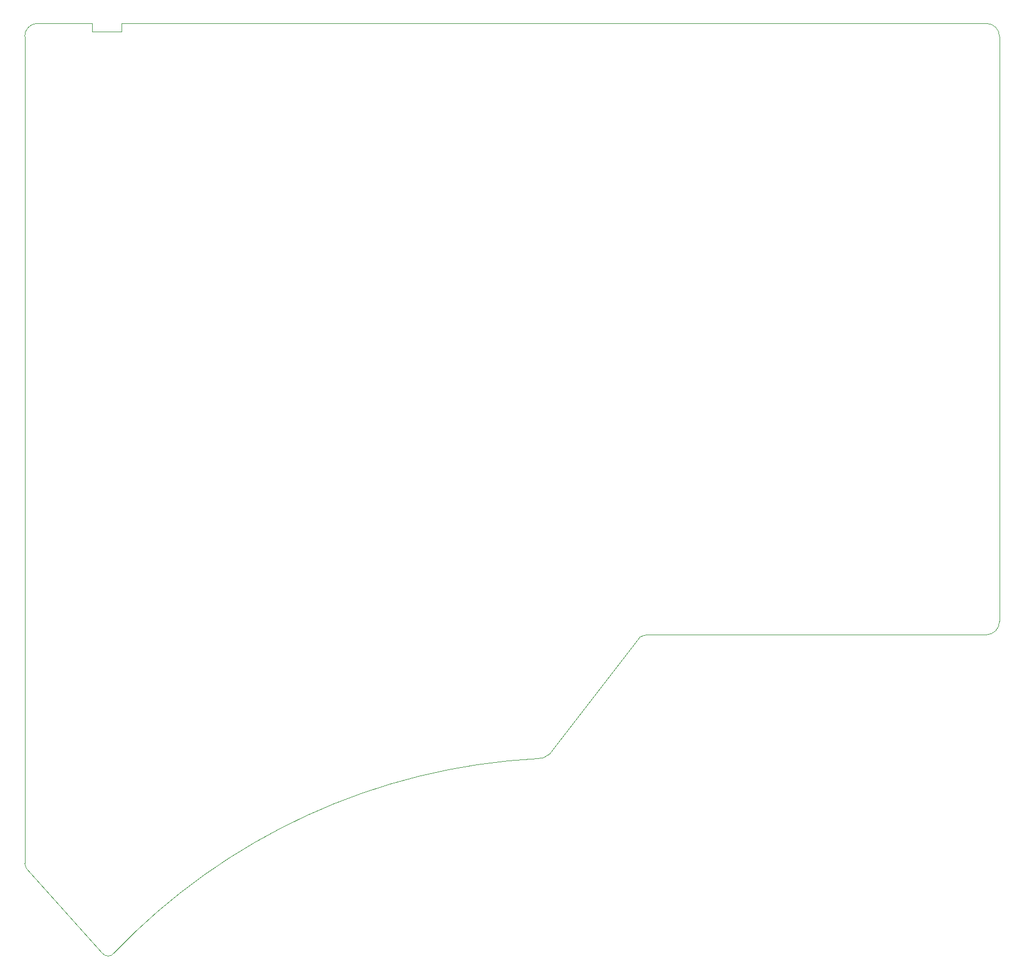
<source format=gm1>
G04 #@! TF.GenerationSoftware,KiCad,Pcbnew,(6.0.5)*
G04 #@! TF.CreationDate,2022-10-04T21:40:35-03:00*
G04 #@! TF.ProjectId,bluejay_right,626c7565-6a61-4795-9f72-696768742e6b,rev?*
G04 #@! TF.SameCoordinates,Original*
G04 #@! TF.FileFunction,Profile,NP*
%FSLAX46Y46*%
G04 Gerber Fmt 4.6, Leading zero omitted, Abs format (unit mm)*
G04 Created by KiCad (PCBNEW (6.0.5)) date 2022-10-04 21:40:35*
%MOMM*%
%LPD*%
G01*
G04 APERTURE LIST*
G04 #@! TA.AperFunction,Profile*
%ADD10C,0.100000*%
G04 #@! TD*
G04 #@! TA.AperFunction,Profile*
%ADD11C,0.010000*%
G04 #@! TD*
G04 APERTURE END LIST*
D10*
X-61460000Y-72000000D02*
G75*
G03*
X-61230000Y-72740000I1763517J142377D01*
G01*
X87230000Y-35110000D02*
X87230000Y54180000D01*
X-57800000Y56200000D02*
X-59580000Y56175000D01*
X33720000Y-37139997D02*
G75*
G03*
X32310000Y-37540000I-78300J-2409103D01*
G01*
X85230000Y-37139995D02*
G75*
G03*
X87230000Y-35110000I-22100J2021995D01*
G01*
X-59580000Y56175000D02*
G75*
G03*
X-61460000Y54170000I69523J-1949085D01*
G01*
X85230000Y56170000D02*
X-40600000Y56200000D01*
X-49620000Y-85750000D02*
X-61230000Y-72740000D01*
X33720000Y-37140000D02*
X85230000Y-37140000D01*
X-49620000Y-85750000D02*
G75*
G03*
X-47830000Y-85700000I875817J711758D01*
G01*
X16740000Y-56040000D02*
G75*
G03*
X-47830000Y-85700000I5076014J-96165155D01*
G01*
X18470000Y-55430000D02*
X32310000Y-37540000D01*
X-61460000Y54170000D02*
X-61460000Y-72000000D01*
X87229995Y54180000D02*
G75*
G03*
X85230000Y56170000I-1976095J14000D01*
G01*
X16740002Y-56039965D02*
G75*
G03*
X18470000Y-55430000I151698J2328065D01*
G01*
D11*
X-51200000Y56200000D02*
X-57800000Y56200000D01*
X-46700000Y56200000D02*
X-46700000Y54900000D01*
X-40600000Y56200000D02*
X-46700000Y56200000D01*
X-46700000Y54900000D02*
X-51200000Y54900000D01*
X-51200000Y54900000D02*
X-51200000Y56200000D01*
M02*

</source>
